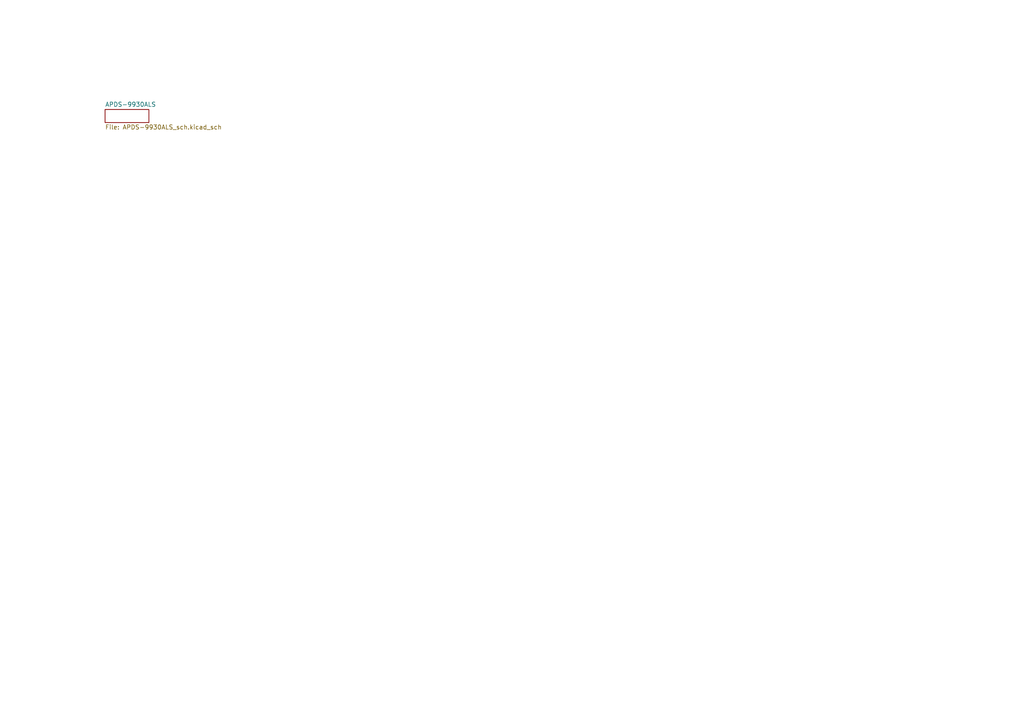
<source format=kicad_sch>
(kicad_sch (version 20230121) (generator eeschema)
  (paper "A4")
  (lib_symbols)
  (sheet (at 30.48 31.75) (size 12.7 3.81) (stroke (width 0.1524))
    (property "Sheetname" "APDS-9930ALS" (at 30.48 31.0384 0) (effects (justify left bottom)))
    (property "Sheetfile" "APDS-9930ALS_sch.kicad_sch" (at 30.48 36.1446 0) (effects (justify left top)))
  )
)
</source>
